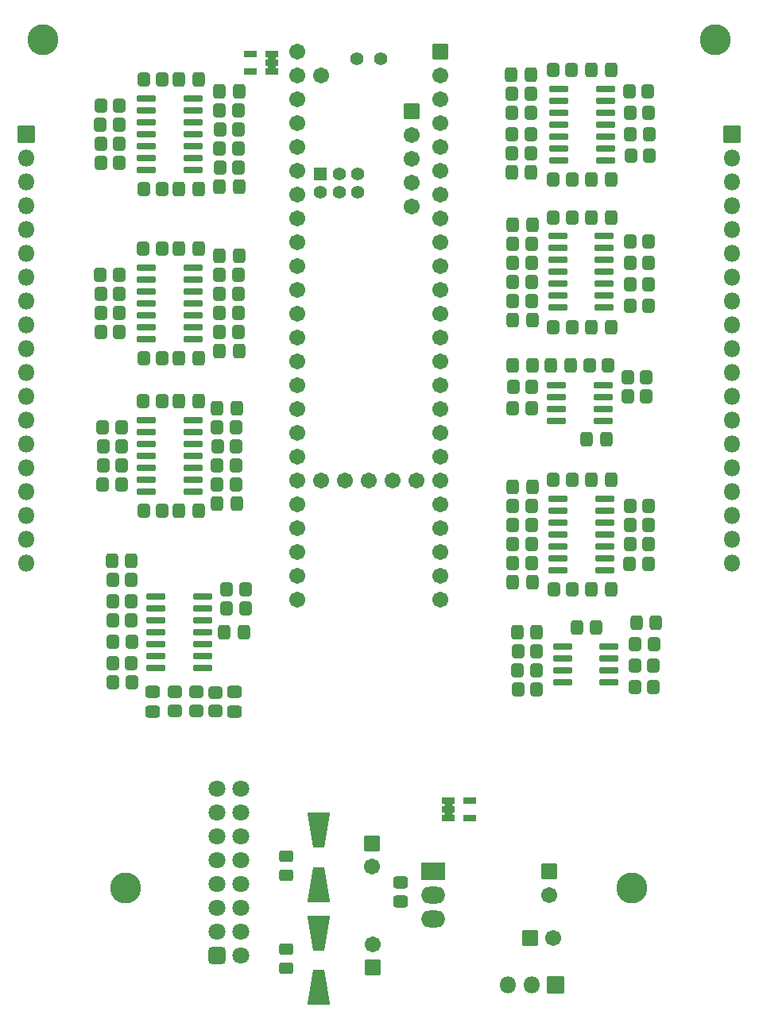
<source format=gbr>
G04 #@! TF.GenerationSoftware,KiCad,Pcbnew,(6.0.0-0)*
G04 #@! TF.CreationDate,2022-02-14T22:05:42-06:00*
G04 #@! TF.ProjectId,bells-venn,62656c6c-732d-4766-956e-6e2e6b696361,rev?*
G04 #@! TF.SameCoordinates,Original*
G04 #@! TF.FileFunction,Soldermask,Bot*
G04 #@! TF.FilePolarity,Negative*
%FSLAX46Y46*%
G04 Gerber Fmt 4.6, Leading zero omitted, Abs format (unit mm)*
G04 Created by KiCad (PCBNEW (6.0.0-0)) date 2022-02-14 22:05:42*
%MOMM*%
%LPD*%
G01*
G04 APERTURE LIST*
G04 Aperture macros list*
%AMRoundRect*
0 Rectangle with rounded corners*
0 $1 Rounding radius*
0 $2 $3 $4 $5 $6 $7 $8 $9 X,Y pos of 4 corners*
0 Add a 4 corners polygon primitive as box body*
4,1,4,$2,$3,$4,$5,$6,$7,$8,$9,$2,$3,0*
0 Add four circle primitives for the rounded corners*
1,1,$1+$1,$2,$3*
1,1,$1+$1,$4,$5*
1,1,$1+$1,$6,$7*
1,1,$1+$1,$8,$9*
0 Add four rect primitives between the rounded corners*
20,1,$1+$1,$2,$3,$4,$5,0*
20,1,$1+$1,$4,$5,$6,$7,0*
20,1,$1+$1,$6,$7,$8,$9,0*
20,1,$1+$1,$8,$9,$2,$3,0*%
%AMFreePoly0*
4,1,15,-1.791616,1.200306,1.808384,0.600306,1.841500,0.579643,1.851000,0.550000,1.851000,-0.550000,1.836062,-0.586062,1.808384,-0.600306,-1.791616,-1.200306,-1.829643,-1.191500,-1.850306,-1.158384,-1.851000,-1.150000,-1.851000,1.150000,-1.836062,1.186062,-1.800000,1.201000,-1.791616,1.200306,-1.791616,1.200306,$1*%
G04 Aperture macros list end*
%ADD10C,3.302000*%
%ADD11RoundRect,0.051000X-0.850000X-0.850000X0.850000X-0.850000X0.850000X0.850000X-0.850000X0.850000X0*%
%ADD12O,1.802000X1.802000*%
%ADD13RoundRect,0.051000X-0.800000X0.800000X-0.800000X-0.800000X0.800000X-0.800000X0.800000X0.800000X0*%
%ADD14C,1.702000*%
%ADD15RoundRect,0.051000X0.800000X-0.800000X0.800000X0.800000X-0.800000X0.800000X-0.800000X-0.800000X0*%
%ADD16FreePoly0,270.000000*%
%ADD17FreePoly0,90.000000*%
%ADD18RoundRect,0.301000X-0.600000X-0.600000X0.600000X-0.600000X0.600000X0.600000X-0.600000X0.600000X0*%
%ADD19C,1.802000*%
%ADD20RoundRect,0.301000X0.450000X-0.325000X0.450000X0.325000X-0.450000X0.325000X-0.450000X-0.325000X0*%
%ADD21RoundRect,0.051000X-0.650000X0.650000X-0.650000X-0.650000X0.650000X-0.650000X0.650000X0.650000X0*%
%ADD22C,1.402000*%
%ADD23RoundRect,0.301000X-0.475000X0.337500X-0.475000X-0.337500X0.475000X-0.337500X0.475000X0.337500X0*%
%ADD24RoundRect,0.051000X-0.800000X-0.800000X0.800000X-0.800000X0.800000X0.800000X-0.800000X0.800000X0*%
%ADD25RoundRect,0.301000X0.350000X0.450000X-0.350000X0.450000X-0.350000X-0.450000X0.350000X-0.450000X0*%
%ADD26RoundRect,0.201000X0.825000X0.150000X-0.825000X0.150000X-0.825000X-0.150000X0.825000X-0.150000X0*%
%ADD27RoundRect,0.301000X0.337500X0.475000X-0.337500X0.475000X-0.337500X-0.475000X0.337500X-0.475000X0*%
%ADD28RoundRect,0.301000X-0.337500X-0.475000X0.337500X-0.475000X0.337500X0.475000X-0.337500X0.475000X0*%
%ADD29RoundRect,0.301000X-0.350000X-0.450000X0.350000X-0.450000X0.350000X0.450000X-0.350000X0.450000X0*%
%ADD30RoundRect,0.051000X-1.250000X0.850000X-1.250000X-0.850000X1.250000X-0.850000X1.250000X0.850000X0*%
%ADD31O,2.602000X1.802000*%
%ADD32RoundRect,0.301000X-0.450000X0.350000X-0.450000X-0.350000X0.450000X-0.350000X0.450000X0.350000X0*%
%ADD33RoundRect,0.051000X0.850000X-0.850000X0.850000X0.850000X-0.850000X0.850000X-0.850000X-0.850000X0*%
%ADD34RoundRect,0.301000X0.450000X-0.350000X0.450000X0.350000X-0.450000X0.350000X-0.450000X-0.350000X0*%
%ADD35RoundRect,0.201000X-0.512500X-0.150000X0.512500X-0.150000X0.512500X0.150000X-0.512500X0.150000X0*%
%ADD36RoundRect,0.201000X0.512500X0.150000X-0.512500X0.150000X-0.512500X-0.150000X0.512500X-0.150000X0*%
G04 APERTURE END LIST*
D10*
X202412600Y-31343600D03*
X211175600Y-121767600D03*
X274040600Y-31343600D03*
X265150600Y-121767600D03*
D11*
X200660000Y-41402000D03*
D12*
X200660000Y-43942000D03*
X200660000Y-46482000D03*
X200660000Y-49022000D03*
X200660000Y-51562000D03*
X200660000Y-54102000D03*
X200660000Y-56642000D03*
X200660000Y-59182000D03*
X200660000Y-61722000D03*
X200660000Y-64262000D03*
X200660000Y-66802000D03*
X200660000Y-69342000D03*
X200660000Y-71882000D03*
X200660000Y-74422000D03*
X200660000Y-76962000D03*
X200660000Y-79502000D03*
X200660000Y-82042000D03*
X200660000Y-84582000D03*
X200660000Y-87122000D03*
D11*
X275844000Y-41402000D03*
D12*
X275844000Y-43942000D03*
X275844000Y-46482000D03*
X275844000Y-49022000D03*
X275844000Y-51562000D03*
X275844000Y-54102000D03*
X275844000Y-56642000D03*
X275844000Y-59182000D03*
X275844000Y-61722000D03*
X275844000Y-64262000D03*
X275844000Y-66802000D03*
X275844000Y-69342000D03*
X275844000Y-71882000D03*
X275844000Y-74422000D03*
X275844000Y-76962000D03*
X275844000Y-79502000D03*
X275844000Y-82042000D03*
X275844000Y-84582000D03*
X275844000Y-87122000D03*
D13*
X237439200Y-116981600D03*
D14*
X237439200Y-119481600D03*
D15*
X237515400Y-130225800D03*
D14*
X237515400Y-127725800D03*
D16*
X231825800Y-115561200D03*
D17*
X231825800Y-121361200D03*
X231825800Y-132334000D03*
D16*
X231825800Y-126534000D03*
D18*
X220954600Y-128905000D03*
D19*
X223494600Y-128905000D03*
X220954600Y-126365000D03*
X223494600Y-126365000D03*
X220954600Y-123825000D03*
X223494600Y-123825000D03*
X220954600Y-121285000D03*
X223494600Y-121285000D03*
X220954600Y-118745000D03*
X223494600Y-118745000D03*
X220954600Y-116205000D03*
X223494600Y-116205000D03*
X220954600Y-113665000D03*
X223494600Y-113665000D03*
X220954600Y-111125000D03*
X223494600Y-111125000D03*
D20*
X228346000Y-120405000D03*
X228346000Y-118355000D03*
X228295200Y-130320000D03*
X228295200Y-128270000D03*
D13*
X244754400Y-32613600D03*
D14*
X244754400Y-35153600D03*
X244754400Y-37693600D03*
X244754400Y-40233600D03*
X244754400Y-42773600D03*
X244754400Y-45313600D03*
X244754400Y-47853600D03*
X244754400Y-50393600D03*
X244754400Y-52933600D03*
X244754400Y-55473600D03*
X244754400Y-58013600D03*
X244754400Y-60553600D03*
X244754400Y-63093600D03*
X244754400Y-65633600D03*
X244754400Y-68173600D03*
X244754400Y-70713600D03*
X244754400Y-73253600D03*
X244754400Y-75793600D03*
X244754400Y-78333600D03*
X244754400Y-80873600D03*
X244754400Y-83413600D03*
X244754400Y-85953600D03*
X244754400Y-88493600D03*
X244754400Y-91033600D03*
X229514400Y-91033600D03*
X229514400Y-88493600D03*
X229514400Y-85953600D03*
X229514400Y-83413600D03*
X229514400Y-80873600D03*
X229514400Y-78333600D03*
X229514400Y-75793600D03*
X229514400Y-73253600D03*
X229514400Y-70713600D03*
X229514400Y-68173600D03*
X229514400Y-65633600D03*
X229514400Y-63093600D03*
X229514400Y-60553600D03*
X229514400Y-58013600D03*
X229514400Y-55473600D03*
X229514400Y-52933600D03*
X229514400Y-50393600D03*
X229514400Y-47853600D03*
X229514400Y-45313600D03*
X229514400Y-42773600D03*
X229514400Y-40233600D03*
X229514400Y-37693600D03*
X229514400Y-35153600D03*
X229514400Y-32613600D03*
X232054400Y-35153600D03*
X242214400Y-78333600D03*
X239674400Y-78333600D03*
X237134400Y-78333600D03*
X234594400Y-78333600D03*
X232054400Y-78333600D03*
D13*
X241703600Y-38912800D03*
D14*
X241703600Y-41452800D03*
X241703600Y-43992800D03*
X241703600Y-46532800D03*
X241703600Y-49072800D03*
D21*
X231952800Y-45583600D03*
D22*
X233952800Y-45583600D03*
X235952800Y-45583600D03*
X235952800Y-47583600D03*
X233952800Y-47583600D03*
X231952800Y-47583600D03*
X238404400Y-33343600D03*
X235864400Y-33343600D03*
D23*
X240538000Y-121127500D03*
X240538000Y-123202500D03*
D24*
X254268088Y-127050800D03*
D14*
X256768088Y-127050800D03*
D13*
X256311400Y-119964200D03*
D14*
X256311400Y-122464200D03*
D25*
X258801000Y-46228000D03*
X256801000Y-46228000D03*
D26*
X262317000Y-36550600D03*
X262317000Y-37820600D03*
X262317000Y-39090600D03*
X262317000Y-40360600D03*
X262317000Y-41630600D03*
X262317000Y-42900600D03*
X262317000Y-44170600D03*
X257367000Y-44170600D03*
X257367000Y-42900600D03*
X257367000Y-41630600D03*
X257367000Y-40360600D03*
X257367000Y-39090600D03*
X257367000Y-37820600D03*
X257367000Y-36550600D03*
D27*
X254368100Y-35052000D03*
X252293100Y-35052000D03*
X254520500Y-51054000D03*
X252445500Y-51054000D03*
X254393500Y-45466000D03*
X252318500Y-45466000D03*
X254520500Y-61214000D03*
X252445500Y-61214000D03*
X254520500Y-78994000D03*
X252445500Y-78994000D03*
X254520500Y-89154000D03*
X252445500Y-89154000D03*
X254520500Y-66040000D03*
X252445500Y-66040000D03*
D28*
X260827500Y-46228000D03*
X262902500Y-46228000D03*
X260845500Y-50292000D03*
X262920500Y-50292000D03*
X260827500Y-61976000D03*
X262902500Y-61976000D03*
X256518500Y-66040000D03*
X258593500Y-66040000D03*
X260845500Y-78232000D03*
X262920500Y-78232000D03*
D27*
X223296500Y-36830000D03*
X221221500Y-36830000D03*
X223287500Y-54356000D03*
X221212500Y-54356000D03*
X223296500Y-64516000D03*
X221221500Y-64516000D03*
X223033500Y-70612000D03*
X220958500Y-70612000D03*
X223042500Y-80772000D03*
X220967500Y-80772000D03*
D28*
X216903500Y-69850000D03*
X218978500Y-69850000D03*
X216903500Y-47244000D03*
X218978500Y-47244000D03*
X216885500Y-35553601D03*
X218960500Y-35553601D03*
X216903500Y-65278000D03*
X218978500Y-65278000D03*
X216885500Y-53594000D03*
X218960500Y-53594000D03*
X216885500Y-81534000D03*
X218960500Y-81534000D03*
D25*
X254390400Y-41402000D03*
X252390400Y-41402000D03*
X254483000Y-55118000D03*
X252483000Y-55118000D03*
X254483000Y-57150000D03*
X252483000Y-57150000D03*
X254483000Y-83083400D03*
X252483000Y-83083400D03*
X254483000Y-70612000D03*
X252483000Y-70612000D03*
X254356000Y-37084000D03*
X252356000Y-37084000D03*
X254483000Y-53086000D03*
X252483000Y-53086000D03*
X254483000Y-81026000D03*
X252483000Y-81026000D03*
X254381400Y-43434000D03*
X252381400Y-43434000D03*
X254483000Y-59182000D03*
X252483000Y-59182000D03*
X254483000Y-87122000D03*
X252483000Y-87122000D03*
X254501000Y-68326000D03*
X252501000Y-68326000D03*
X258742800Y-34569400D03*
X256742800Y-34569400D03*
X258801000Y-50292000D03*
X256801000Y-50292000D03*
X258801000Y-61976000D03*
X256801000Y-61976000D03*
X258801000Y-78232000D03*
X256801000Y-78232000D03*
X258819000Y-89916000D03*
X256819000Y-89916000D03*
X262629000Y-66040000D03*
X260629000Y-66040000D03*
X266947000Y-39116000D03*
X264947000Y-39116000D03*
X266947000Y-55067200D03*
X264947000Y-55067200D03*
X266938000Y-83058000D03*
X264938000Y-83058000D03*
X266972400Y-41402000D03*
X264972400Y-41402000D03*
X266947000Y-57404000D03*
X264947000Y-57404000D03*
X266947000Y-85090000D03*
X264947000Y-85090000D03*
X266693000Y-69342000D03*
X264693000Y-69342000D03*
X266870800Y-36830000D03*
X264870800Y-36830000D03*
X267030600Y-43688000D03*
X265030600Y-43688000D03*
X266947000Y-52832000D03*
X264947000Y-52832000D03*
X266947000Y-59690000D03*
X264947000Y-59690000D03*
X266947000Y-81026000D03*
X264947000Y-81026000D03*
X266693000Y-67310000D03*
X264693000Y-67310000D03*
D29*
X221259000Y-40894000D03*
X223259000Y-40894000D03*
X221241000Y-58420000D03*
X223241000Y-58420000D03*
X221241000Y-42926000D03*
X223241000Y-42926000D03*
X221241000Y-60452000D03*
X223241000Y-60452000D03*
X221005000Y-74676000D03*
X223005000Y-74676000D03*
X220987000Y-76708000D03*
X222987000Y-76708000D03*
X221241000Y-38862000D03*
X223241000Y-38862000D03*
X221241000Y-56388000D03*
X223241000Y-56388000D03*
X220987000Y-72644000D03*
X222987000Y-72644000D03*
X221259000Y-44958000D03*
X223259000Y-44958000D03*
X221241000Y-62484000D03*
X223241000Y-62484000D03*
X220987000Y-78740000D03*
X222987000Y-78740000D03*
X213131000Y-35560000D03*
X215131000Y-35560000D03*
X213131000Y-47244000D03*
X215131000Y-47244000D03*
X213113000Y-53594000D03*
X215113000Y-53594000D03*
X213131000Y-65278000D03*
X215131000Y-65278000D03*
X213113000Y-69850000D03*
X215113000Y-69850000D03*
X213131000Y-81534000D03*
X215131000Y-81534000D03*
X208541000Y-40386000D03*
X210541000Y-40386000D03*
X208559000Y-58420000D03*
X210559000Y-58420000D03*
X208813000Y-74676000D03*
X210813000Y-74676000D03*
X208559000Y-42418000D03*
X210559000Y-42418000D03*
X208559000Y-60452000D03*
X210559000Y-60452000D03*
X208813000Y-76708000D03*
X210813000Y-76708000D03*
X208559000Y-38354000D03*
X210559000Y-38354000D03*
X208550000Y-44450000D03*
X210550000Y-44450000D03*
X208541000Y-56388000D03*
X210541000Y-56388000D03*
X208559000Y-62484000D03*
X210559000Y-62484000D03*
X208795000Y-72644000D03*
X210795000Y-72644000D03*
X208795000Y-78740000D03*
X210795000Y-78740000D03*
D26*
X262215400Y-52197000D03*
X262215400Y-53467000D03*
X262215400Y-54737000D03*
X262215400Y-56007000D03*
X262215400Y-57277000D03*
X262215400Y-58547000D03*
X262215400Y-59817000D03*
X257265400Y-59817000D03*
X257265400Y-58547000D03*
X257265400Y-57277000D03*
X257265400Y-56007000D03*
X257265400Y-54737000D03*
X257265400Y-53467000D03*
X257265400Y-52197000D03*
X262088400Y-68122800D03*
X262088400Y-69392800D03*
X262088400Y-70662800D03*
X262088400Y-71932800D03*
X257138400Y-71932800D03*
X257138400Y-70662800D03*
X257138400Y-69392800D03*
X257138400Y-68122800D03*
X218375000Y-37592000D03*
X218375000Y-38862000D03*
X218375000Y-40132000D03*
X218375000Y-41402000D03*
X218375000Y-42672000D03*
X218375000Y-43942000D03*
X218375000Y-45212000D03*
X213425000Y-45212000D03*
X213425000Y-43942000D03*
X213425000Y-42672000D03*
X213425000Y-41402000D03*
X213425000Y-40132000D03*
X213425000Y-38862000D03*
X213425000Y-37592000D03*
X218375000Y-55626000D03*
X218375000Y-56896000D03*
X218375000Y-58166000D03*
X218375000Y-59436000D03*
X218375000Y-60706000D03*
X218375000Y-61976000D03*
X218375000Y-63246000D03*
X213425000Y-63246000D03*
X213425000Y-61976000D03*
X213425000Y-60706000D03*
X213425000Y-59436000D03*
X213425000Y-58166000D03*
X213425000Y-56896000D03*
X213425000Y-55626000D03*
X218375000Y-71882000D03*
X218375000Y-73152000D03*
X218375000Y-74422000D03*
X218375000Y-75692000D03*
X218375000Y-76962000D03*
X218375000Y-78232000D03*
X218375000Y-79502000D03*
X213425000Y-79502000D03*
X213425000Y-78232000D03*
X213425000Y-76962000D03*
X213425000Y-75692000D03*
X213425000Y-74422000D03*
X213425000Y-73152000D03*
X213425000Y-71882000D03*
D28*
X260827500Y-89916000D03*
X262902500Y-89916000D03*
D26*
X262229600Y-80238600D03*
X262229600Y-81508600D03*
X262229600Y-82778600D03*
X262229600Y-84048600D03*
X262229600Y-85318600D03*
X262229600Y-86588600D03*
X262229600Y-87858600D03*
X257279600Y-87858600D03*
X257279600Y-86588600D03*
X257279600Y-85318600D03*
X257279600Y-84048600D03*
X257279600Y-82778600D03*
X257279600Y-81508600D03*
X257279600Y-80238600D03*
D25*
X266929000Y-87223600D03*
X264929000Y-87223600D03*
D27*
X262412500Y-73914000D03*
X260337500Y-73914000D03*
D25*
X254356000Y-39116000D03*
X252356000Y-39116000D03*
D28*
X260827500Y-34544000D03*
X262902500Y-34544000D03*
D25*
X254483000Y-85090000D03*
X252483000Y-85090000D03*
D27*
X223296500Y-46990000D03*
X221221500Y-46990000D03*
D30*
X243941600Y-119989600D03*
D31*
X243941600Y-122529600D03*
X243941600Y-125069600D03*
D25*
X211825500Y-97790000D03*
X209825500Y-97790000D03*
D26*
X262698000Y-96012000D03*
X262698000Y-97282000D03*
X262698000Y-98552000D03*
X262698000Y-99822000D03*
X257748000Y-99822000D03*
X257748000Y-98552000D03*
X257748000Y-97282000D03*
X257748000Y-96012000D03*
D27*
X255000000Y-94488000D03*
X252925000Y-94488000D03*
D28*
X265641000Y-93472000D03*
X267716000Y-93472000D03*
D25*
X255000000Y-96520000D03*
X253000000Y-96520000D03*
D32*
X216440000Y-100838000D03*
X216440000Y-102838000D03*
D33*
X256997200Y-132080000D03*
D12*
X254457200Y-132080000D03*
X251917200Y-132080000D03*
D27*
X261366000Y-93980000D03*
X259291000Y-93980000D03*
D26*
X219391000Y-90678000D03*
X219391000Y-91948000D03*
X219391000Y-93218000D03*
X219391000Y-94488000D03*
X219391000Y-95758000D03*
X219391000Y-97028000D03*
X219391000Y-98298000D03*
X214441000Y-98298000D03*
X214441000Y-97028000D03*
X214441000Y-95758000D03*
X214441000Y-94488000D03*
X214441000Y-93218000D03*
X214441000Y-91948000D03*
X214441000Y-90678000D03*
D29*
X265478000Y-95758000D03*
X267478000Y-95758000D03*
X265446000Y-100330000D03*
X267446000Y-100330000D03*
D34*
X220758000Y-102870000D03*
X220758000Y-100870000D03*
D25*
X211836000Y-88900000D03*
X209836000Y-88900000D03*
D23*
X222790000Y-100838000D03*
X222790000Y-102913000D03*
D27*
X211836000Y-86868000D03*
X209761000Y-86868000D03*
D25*
X255000000Y-100584000D03*
X253000000Y-100584000D03*
X211857500Y-99822000D03*
X209857500Y-99822000D03*
D35*
X245623500Y-114284800D03*
X245623500Y-113334800D03*
X245623500Y-112384800D03*
X247898500Y-112384800D03*
X247898500Y-114284800D03*
D29*
X221996000Y-89916000D03*
X223996000Y-89916000D03*
D23*
X214122000Y-100838000D03*
X214122000Y-102913000D03*
D28*
X221742000Y-94488000D03*
X223817000Y-94488000D03*
D32*
X218726000Y-100838000D03*
X218726000Y-102838000D03*
D36*
X226791100Y-32806600D03*
X226791100Y-33756600D03*
X226791100Y-34706600D03*
X224516100Y-34706600D03*
X224516100Y-32806600D03*
D25*
X223996000Y-91948000D03*
X221996000Y-91948000D03*
X211836000Y-93218000D03*
X209836000Y-93218000D03*
X254968000Y-98552000D03*
X252968000Y-98552000D03*
D29*
X265446000Y-98044000D03*
X267446000Y-98044000D03*
D25*
X211836000Y-91186000D03*
X209836000Y-91186000D03*
X211857500Y-95504000D03*
X209857500Y-95504000D03*
G36*
X246129527Y-113684800D02*
G01*
X246129527Y-113686800D01*
X246128056Y-113687783D01*
X246127817Y-113687815D01*
X246064204Y-113715954D01*
X246026070Y-113773765D01*
X246025244Y-113843020D01*
X246061983Y-113901714D01*
X246127825Y-113931785D01*
X246128068Y-113931817D01*
X246129655Y-113933035D01*
X246129394Y-113935018D01*
X246127807Y-113935800D01*
X245119205Y-113935800D01*
X245117473Y-113934800D01*
X245117473Y-113932800D01*
X245118944Y-113931817D01*
X245119183Y-113931785D01*
X245182796Y-113903646D01*
X245220930Y-113845835D01*
X245221756Y-113776580D01*
X245185017Y-113717886D01*
X245119175Y-113687815D01*
X245118932Y-113687783D01*
X245117345Y-113686565D01*
X245117606Y-113684582D01*
X245119193Y-113683800D01*
X246127795Y-113683800D01*
X246129527Y-113684800D01*
G37*
G36*
X246129527Y-112734800D02*
G01*
X246129527Y-112736800D01*
X246128056Y-112737783D01*
X246127817Y-112737815D01*
X246064204Y-112765954D01*
X246026070Y-112823765D01*
X246025244Y-112893020D01*
X246061983Y-112951714D01*
X246127825Y-112981785D01*
X246128068Y-112981817D01*
X246129655Y-112983035D01*
X246129394Y-112985018D01*
X246127807Y-112985800D01*
X245119205Y-112985800D01*
X245117473Y-112984800D01*
X245117473Y-112982800D01*
X245118944Y-112981817D01*
X245119183Y-112981785D01*
X245182796Y-112953646D01*
X245220930Y-112895835D01*
X245221756Y-112826580D01*
X245185017Y-112767886D01*
X245119175Y-112737815D01*
X245118932Y-112737783D01*
X245117345Y-112736565D01*
X245117606Y-112734582D01*
X245119193Y-112733800D01*
X246127795Y-112733800D01*
X246129527Y-112734800D01*
G37*
G36*
X227297127Y-34106600D02*
G01*
X227297127Y-34108600D01*
X227295656Y-34109583D01*
X227295417Y-34109615D01*
X227231804Y-34137754D01*
X227193670Y-34195565D01*
X227192844Y-34264820D01*
X227229583Y-34323514D01*
X227295425Y-34353585D01*
X227295668Y-34353617D01*
X227297255Y-34354835D01*
X227296994Y-34356818D01*
X227295407Y-34357600D01*
X226286805Y-34357600D01*
X226285073Y-34356600D01*
X226285073Y-34354600D01*
X226286544Y-34353617D01*
X226286783Y-34353585D01*
X226350396Y-34325446D01*
X226388530Y-34267635D01*
X226389356Y-34198380D01*
X226352617Y-34139686D01*
X226286775Y-34109615D01*
X226286532Y-34109583D01*
X226284945Y-34108365D01*
X226285206Y-34106382D01*
X226286793Y-34105600D01*
X227295395Y-34105600D01*
X227297127Y-34106600D01*
G37*
G36*
X227297127Y-33156600D02*
G01*
X227297127Y-33158600D01*
X227295656Y-33159583D01*
X227295417Y-33159615D01*
X227231804Y-33187754D01*
X227193670Y-33245565D01*
X227192844Y-33314820D01*
X227229583Y-33373514D01*
X227295425Y-33403585D01*
X227295668Y-33403617D01*
X227297255Y-33404835D01*
X227296994Y-33406818D01*
X227295407Y-33407600D01*
X226286805Y-33407600D01*
X226285073Y-33406600D01*
X226285073Y-33404600D01*
X226286544Y-33403617D01*
X226286783Y-33403585D01*
X226350396Y-33375446D01*
X226388530Y-33317635D01*
X226389356Y-33248380D01*
X226352617Y-33189686D01*
X226286775Y-33159615D01*
X226286532Y-33159583D01*
X226284945Y-33158365D01*
X226285206Y-33156382D01*
X226286793Y-33155600D01*
X227295395Y-33155600D01*
X227297127Y-33156600D01*
G37*
M02*

</source>
